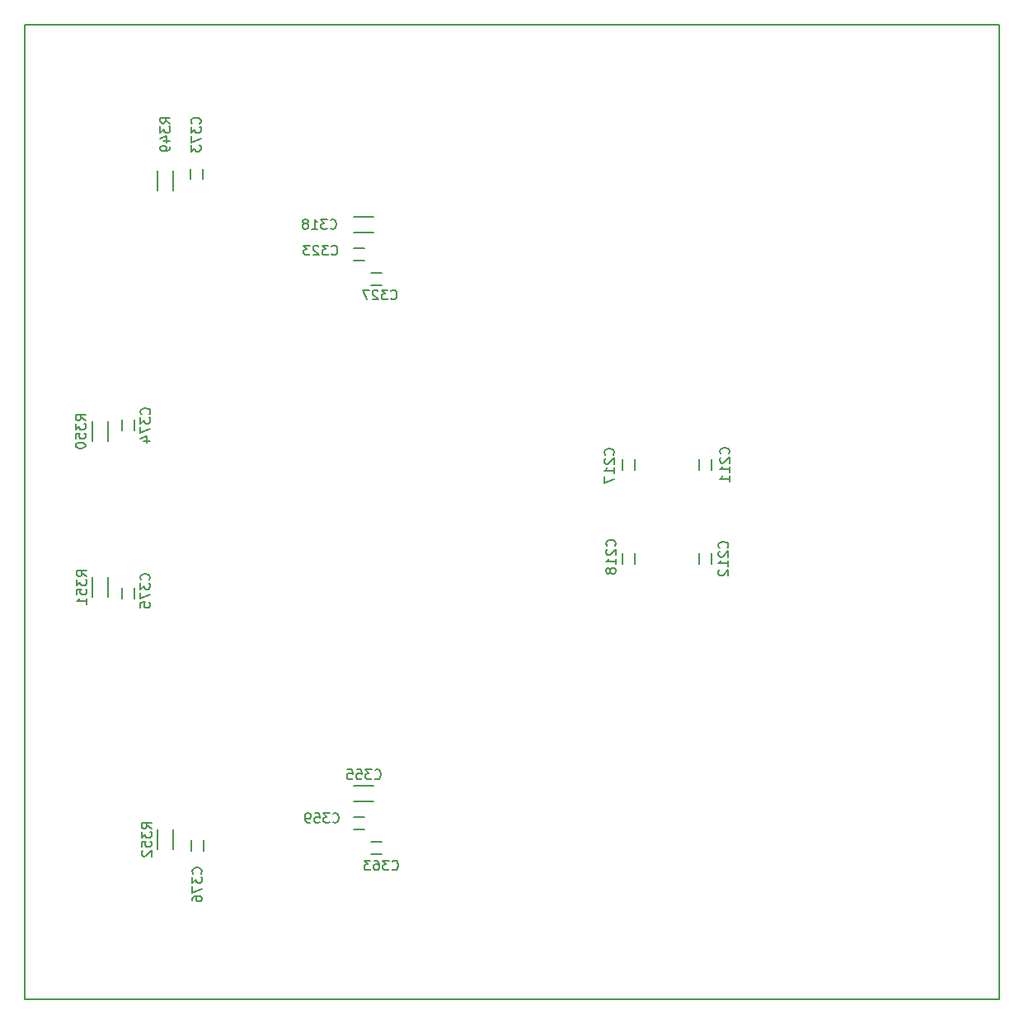
<source format=gbo>
G04 #@! TF.FileFunction,Legend,Bot*
%FSLAX46Y46*%
G04 Gerber Fmt 4.6, Leading zero omitted, Abs format (unit mm)*
G04 Created by KiCad (PCBNEW 4.0.2-stable) date 25/05/2016 10:40:19*
%MOMM*%
G01*
G04 APERTURE LIST*
%ADD10C,0.100000*%
%ADD11C,0.150000*%
G04 APERTURE END LIST*
D10*
D11*
X100000000Y0D02*
X0Y0D01*
X100000000Y100000000D02*
X100000000Y0D01*
X0Y100000000D02*
X100000000Y100000000D01*
X0Y0D02*
X0Y100000000D01*
X36068000Y73279000D02*
X36601400Y73279000D01*
X36068000Y73279000D02*
X35534600Y73279000D01*
X36068000Y74549000D02*
X36601400Y74549000D01*
X36068000Y74549000D02*
X35534600Y74549000D01*
X34290000Y75819000D02*
X34823400Y75819000D01*
X34290000Y75819000D02*
X33756600Y75819000D01*
X34290000Y77089000D02*
X34823400Y77089000D01*
X34290000Y77089000D02*
X33756600Y77089000D01*
X70485000Y54864000D02*
X70485000Y55397400D01*
X70485000Y54864000D02*
X70485000Y54330600D01*
X69215000Y54864000D02*
X69215000Y55397400D01*
X69215000Y54864000D02*
X69215000Y54330600D01*
X70485000Y45212000D02*
X70485000Y45745400D01*
X70485000Y45212000D02*
X70485000Y44678600D01*
X69215000Y45212000D02*
X69215000Y45745400D01*
X69215000Y45212000D02*
X69215000Y44678600D01*
X34798000Y78689200D02*
X35814000Y78689200D01*
X34798000Y78689200D02*
X33782000Y78689200D01*
X34798000Y80314800D02*
X33782000Y80314800D01*
X34798000Y80314800D02*
X35814000Y80314800D01*
X34798000Y20269200D02*
X35814000Y20269200D01*
X34798000Y20269200D02*
X33782000Y20269200D01*
X34798000Y21894800D02*
X33782000Y21894800D01*
X34798000Y21894800D02*
X35814000Y21894800D01*
X34290000Y17399000D02*
X34823400Y17399000D01*
X34290000Y17399000D02*
X33756600Y17399000D01*
X34290000Y18669000D02*
X34823400Y18669000D01*
X34290000Y18669000D02*
X33756600Y18669000D01*
X36068000Y14859000D02*
X36601400Y14859000D01*
X36068000Y14859000D02*
X35534600Y14859000D01*
X36068000Y16129000D02*
X36601400Y16129000D01*
X36068000Y16129000D02*
X35534600Y16129000D01*
X18237000Y84709000D02*
X18237000Y85242400D01*
X18237000Y84709000D02*
X18237000Y84175600D01*
X16967000Y84709000D02*
X16967000Y85242400D01*
X16967000Y84709000D02*
X16967000Y84175600D01*
X11252000Y58928000D02*
X11252000Y59461400D01*
X11252000Y58928000D02*
X11252000Y58394600D01*
X9982000Y58928000D02*
X9982000Y59461400D01*
X9982000Y58928000D02*
X9982000Y58394600D01*
X9982000Y41656000D02*
X9982000Y41122600D01*
X9982000Y41656000D02*
X9982000Y42189400D01*
X11252000Y41656000D02*
X11252000Y41122600D01*
X11252000Y41656000D02*
X11252000Y42189400D01*
X17094000Y15748000D02*
X17094000Y15214600D01*
X17094000Y15748000D02*
X17094000Y16281400D01*
X18364000Y15748000D02*
X18364000Y15214600D01*
X18364000Y15748000D02*
X18364000Y16281400D01*
X13614200Y84074000D02*
X13614200Y83058000D01*
X13614200Y84074000D02*
X13614200Y85090000D01*
X15239800Y84074000D02*
X15239800Y85090000D01*
X15239800Y84074000D02*
X15239800Y83058000D01*
X6883200Y58293000D02*
X6883200Y57277000D01*
X6883200Y58293000D02*
X6883200Y59309000D01*
X8508800Y58293000D02*
X8508800Y59309000D01*
X8508800Y58293000D02*
X8508800Y57277000D01*
X8508800Y42291000D02*
X8508800Y43307000D01*
X8508800Y42291000D02*
X8508800Y41275000D01*
X6883200Y42291000D02*
X6883200Y41275000D01*
X6883200Y42291000D02*
X6883200Y43307000D01*
X15239800Y16383000D02*
X15239800Y17399000D01*
X15239800Y16383000D02*
X15239800Y15367000D01*
X13614200Y16383000D02*
X13614200Y15367000D01*
X13614200Y16383000D02*
X13614200Y17399000D01*
X62611000Y54864000D02*
X62611000Y55397400D01*
X62611000Y54864000D02*
X62611000Y54330600D01*
X61341000Y54864000D02*
X61341000Y55397400D01*
X61341000Y54864000D02*
X61341000Y54330600D01*
X62611000Y45212000D02*
X62611000Y45745400D01*
X62611000Y45212000D02*
X62611000Y44678600D01*
X61341000Y45212000D02*
X61341000Y45745400D01*
X61341000Y45212000D02*
X61341000Y44678600D01*
X37568047Y71905857D02*
X37615666Y71858238D01*
X37758523Y71810619D01*
X37853761Y71810619D01*
X37996619Y71858238D01*
X38091857Y71953476D01*
X38139476Y72048714D01*
X38187095Y72239190D01*
X38187095Y72382048D01*
X38139476Y72572524D01*
X38091857Y72667762D01*
X37996619Y72763000D01*
X37853761Y72810619D01*
X37758523Y72810619D01*
X37615666Y72763000D01*
X37568047Y72715381D01*
X37234714Y72810619D02*
X36615666Y72810619D01*
X36949000Y72429667D01*
X36806142Y72429667D01*
X36710904Y72382048D01*
X36663285Y72334429D01*
X36615666Y72239190D01*
X36615666Y72001095D01*
X36663285Y71905857D01*
X36710904Y71858238D01*
X36806142Y71810619D01*
X37091857Y71810619D01*
X37187095Y71858238D01*
X37234714Y71905857D01*
X36234714Y72715381D02*
X36187095Y72763000D01*
X36091857Y72810619D01*
X35853761Y72810619D01*
X35758523Y72763000D01*
X35710904Y72715381D01*
X35663285Y72620143D01*
X35663285Y72524905D01*
X35710904Y72382048D01*
X36282333Y71810619D01*
X35663285Y71810619D01*
X35329952Y72810619D02*
X34663285Y72810619D01*
X35091857Y71810619D01*
X31472047Y76477857D02*
X31519666Y76430238D01*
X31662523Y76382619D01*
X31757761Y76382619D01*
X31900619Y76430238D01*
X31995857Y76525476D01*
X32043476Y76620714D01*
X32091095Y76811190D01*
X32091095Y76954048D01*
X32043476Y77144524D01*
X31995857Y77239762D01*
X31900619Y77335000D01*
X31757761Y77382619D01*
X31662523Y77382619D01*
X31519666Y77335000D01*
X31472047Y77287381D01*
X31138714Y77382619D02*
X30519666Y77382619D01*
X30853000Y77001667D01*
X30710142Y77001667D01*
X30614904Y76954048D01*
X30567285Y76906429D01*
X30519666Y76811190D01*
X30519666Y76573095D01*
X30567285Y76477857D01*
X30614904Y76430238D01*
X30710142Y76382619D01*
X30995857Y76382619D01*
X31091095Y76430238D01*
X31138714Y76477857D01*
X30138714Y77287381D02*
X30091095Y77335000D01*
X29995857Y77382619D01*
X29757761Y77382619D01*
X29662523Y77335000D01*
X29614904Y77287381D01*
X29567285Y77192143D01*
X29567285Y77096905D01*
X29614904Y76954048D01*
X30186333Y76382619D01*
X29567285Y76382619D01*
X29233952Y77382619D02*
X28614904Y77382619D01*
X28948238Y77001667D01*
X28805380Y77001667D01*
X28710142Y76954048D01*
X28662523Y76906429D01*
X28614904Y76811190D01*
X28614904Y76573095D01*
X28662523Y76477857D01*
X28710142Y76430238D01*
X28805380Y76382619D01*
X29091095Y76382619D01*
X29186333Y76430238D01*
X29233952Y76477857D01*
X72239143Y55983047D02*
X72286762Y56030666D01*
X72334381Y56173523D01*
X72334381Y56268761D01*
X72286762Y56411619D01*
X72191524Y56506857D01*
X72096286Y56554476D01*
X71905810Y56602095D01*
X71762952Y56602095D01*
X71572476Y56554476D01*
X71477238Y56506857D01*
X71382000Y56411619D01*
X71334381Y56268761D01*
X71334381Y56173523D01*
X71382000Y56030666D01*
X71429619Y55983047D01*
X71429619Y55602095D02*
X71382000Y55554476D01*
X71334381Y55459238D01*
X71334381Y55221142D01*
X71382000Y55125904D01*
X71429619Y55078285D01*
X71524857Y55030666D01*
X71620095Y55030666D01*
X71762952Y55078285D01*
X72334381Y55649714D01*
X72334381Y55030666D01*
X72334381Y54078285D02*
X72334381Y54649714D01*
X72334381Y54364000D02*
X71334381Y54364000D01*
X71477238Y54459238D01*
X71572476Y54554476D01*
X71620095Y54649714D01*
X72334381Y53125904D02*
X72334381Y53697333D01*
X72334381Y53411619D02*
X71334381Y53411619D01*
X71477238Y53506857D01*
X71572476Y53602095D01*
X71620095Y53697333D01*
X72112143Y46331047D02*
X72159762Y46378666D01*
X72207381Y46521523D01*
X72207381Y46616761D01*
X72159762Y46759619D01*
X72064524Y46854857D01*
X71969286Y46902476D01*
X71778810Y46950095D01*
X71635952Y46950095D01*
X71445476Y46902476D01*
X71350238Y46854857D01*
X71255000Y46759619D01*
X71207381Y46616761D01*
X71207381Y46521523D01*
X71255000Y46378666D01*
X71302619Y46331047D01*
X71302619Y45950095D02*
X71255000Y45902476D01*
X71207381Y45807238D01*
X71207381Y45569142D01*
X71255000Y45473904D01*
X71302619Y45426285D01*
X71397857Y45378666D01*
X71493095Y45378666D01*
X71635952Y45426285D01*
X72207381Y45997714D01*
X72207381Y45378666D01*
X72207381Y44426285D02*
X72207381Y44997714D01*
X72207381Y44712000D02*
X71207381Y44712000D01*
X71350238Y44807238D01*
X71445476Y44902476D01*
X71493095Y44997714D01*
X71302619Y44045333D02*
X71255000Y43997714D01*
X71207381Y43902476D01*
X71207381Y43664380D01*
X71255000Y43569142D01*
X71302619Y43521523D01*
X71397857Y43473904D01*
X71493095Y43473904D01*
X71635952Y43521523D01*
X72207381Y44092952D01*
X72207381Y43473904D01*
X31345247Y79144857D02*
X31392866Y79097238D01*
X31535723Y79049619D01*
X31630961Y79049619D01*
X31773819Y79097238D01*
X31869057Y79192476D01*
X31916676Y79287714D01*
X31964295Y79478190D01*
X31964295Y79621048D01*
X31916676Y79811524D01*
X31869057Y79906762D01*
X31773819Y80002000D01*
X31630961Y80049619D01*
X31535723Y80049619D01*
X31392866Y80002000D01*
X31345247Y79954381D01*
X31011914Y80049619D02*
X30392866Y80049619D01*
X30726200Y79668667D01*
X30583342Y79668667D01*
X30488104Y79621048D01*
X30440485Y79573429D01*
X30392866Y79478190D01*
X30392866Y79240095D01*
X30440485Y79144857D01*
X30488104Y79097238D01*
X30583342Y79049619D01*
X30869057Y79049619D01*
X30964295Y79097238D01*
X31011914Y79144857D01*
X29440485Y79049619D02*
X30011914Y79049619D01*
X29726200Y79049619D02*
X29726200Y80049619D01*
X29821438Y79906762D01*
X29916676Y79811524D01*
X30011914Y79763905D01*
X28869057Y79621048D02*
X28964295Y79668667D01*
X29011914Y79716286D01*
X29059533Y79811524D01*
X29059533Y79859143D01*
X29011914Y79954381D01*
X28964295Y80002000D01*
X28869057Y80049619D01*
X28678580Y80049619D01*
X28583342Y80002000D01*
X28535723Y79954381D01*
X28488104Y79859143D01*
X28488104Y79811524D01*
X28535723Y79716286D01*
X28583342Y79668667D01*
X28678580Y79621048D01*
X28869057Y79621048D01*
X28964295Y79573429D01*
X29011914Y79525810D01*
X29059533Y79430571D01*
X29059533Y79240095D01*
X29011914Y79144857D01*
X28964295Y79097238D01*
X28869057Y79049619D01*
X28678580Y79049619D01*
X28583342Y79097238D01*
X28535723Y79144857D01*
X28488104Y79240095D01*
X28488104Y79430571D01*
X28535723Y79525810D01*
X28583342Y79573429D01*
X28678580Y79621048D01*
X35917047Y22655257D02*
X35964666Y22607638D01*
X36107523Y22560019D01*
X36202761Y22560019D01*
X36345619Y22607638D01*
X36440857Y22702876D01*
X36488476Y22798114D01*
X36536095Y22988590D01*
X36536095Y23131448D01*
X36488476Y23321924D01*
X36440857Y23417162D01*
X36345619Y23512400D01*
X36202761Y23560019D01*
X36107523Y23560019D01*
X35964666Y23512400D01*
X35917047Y23464781D01*
X35583714Y23560019D02*
X34964666Y23560019D01*
X35298000Y23179067D01*
X35155142Y23179067D01*
X35059904Y23131448D01*
X35012285Y23083829D01*
X34964666Y22988590D01*
X34964666Y22750495D01*
X35012285Y22655257D01*
X35059904Y22607638D01*
X35155142Y22560019D01*
X35440857Y22560019D01*
X35536095Y22607638D01*
X35583714Y22655257D01*
X34059904Y23560019D02*
X34536095Y23560019D01*
X34583714Y23083829D01*
X34536095Y23131448D01*
X34440857Y23179067D01*
X34202761Y23179067D01*
X34107523Y23131448D01*
X34059904Y23083829D01*
X34012285Y22988590D01*
X34012285Y22750495D01*
X34059904Y22655257D01*
X34107523Y22607638D01*
X34202761Y22560019D01*
X34440857Y22560019D01*
X34536095Y22607638D01*
X34583714Y22655257D01*
X33107523Y23560019D02*
X33583714Y23560019D01*
X33631333Y23083829D01*
X33583714Y23131448D01*
X33488476Y23179067D01*
X33250380Y23179067D01*
X33155142Y23131448D01*
X33107523Y23083829D01*
X33059904Y22988590D01*
X33059904Y22750495D01*
X33107523Y22655257D01*
X33155142Y22607638D01*
X33250380Y22560019D01*
X33488476Y22560019D01*
X33583714Y22607638D01*
X33631333Y22655257D01*
X31599047Y18184857D02*
X31646666Y18137238D01*
X31789523Y18089619D01*
X31884761Y18089619D01*
X32027619Y18137238D01*
X32122857Y18232476D01*
X32170476Y18327714D01*
X32218095Y18518190D01*
X32218095Y18661048D01*
X32170476Y18851524D01*
X32122857Y18946762D01*
X32027619Y19042000D01*
X31884761Y19089619D01*
X31789523Y19089619D01*
X31646666Y19042000D01*
X31599047Y18994381D01*
X31265714Y19089619D02*
X30646666Y19089619D01*
X30980000Y18708667D01*
X30837142Y18708667D01*
X30741904Y18661048D01*
X30694285Y18613429D01*
X30646666Y18518190D01*
X30646666Y18280095D01*
X30694285Y18184857D01*
X30741904Y18137238D01*
X30837142Y18089619D01*
X31122857Y18089619D01*
X31218095Y18137238D01*
X31265714Y18184857D01*
X29741904Y19089619D02*
X30218095Y19089619D01*
X30265714Y18613429D01*
X30218095Y18661048D01*
X30122857Y18708667D01*
X29884761Y18708667D01*
X29789523Y18661048D01*
X29741904Y18613429D01*
X29694285Y18518190D01*
X29694285Y18280095D01*
X29741904Y18184857D01*
X29789523Y18137238D01*
X29884761Y18089619D01*
X30122857Y18089619D01*
X30218095Y18137238D01*
X30265714Y18184857D01*
X29218095Y18089619D02*
X29027619Y18089619D01*
X28932380Y18137238D01*
X28884761Y18184857D01*
X28789523Y18327714D01*
X28741904Y18518190D01*
X28741904Y18899143D01*
X28789523Y18994381D01*
X28837142Y19042000D01*
X28932380Y19089619D01*
X29122857Y19089619D01*
X29218095Y19042000D01*
X29265714Y18994381D01*
X29313333Y18899143D01*
X29313333Y18661048D01*
X29265714Y18565810D01*
X29218095Y18518190D01*
X29122857Y18470571D01*
X28932380Y18470571D01*
X28837142Y18518190D01*
X28789523Y18565810D01*
X28741904Y18661048D01*
X37695047Y13308057D02*
X37742666Y13260438D01*
X37885523Y13212819D01*
X37980761Y13212819D01*
X38123619Y13260438D01*
X38218857Y13355676D01*
X38266476Y13450914D01*
X38314095Y13641390D01*
X38314095Y13784248D01*
X38266476Y13974724D01*
X38218857Y14069962D01*
X38123619Y14165200D01*
X37980761Y14212819D01*
X37885523Y14212819D01*
X37742666Y14165200D01*
X37695047Y14117581D01*
X37361714Y14212819D02*
X36742666Y14212819D01*
X37076000Y13831867D01*
X36933142Y13831867D01*
X36837904Y13784248D01*
X36790285Y13736629D01*
X36742666Y13641390D01*
X36742666Y13403295D01*
X36790285Y13308057D01*
X36837904Y13260438D01*
X36933142Y13212819D01*
X37218857Y13212819D01*
X37314095Y13260438D01*
X37361714Y13308057D01*
X35885523Y14212819D02*
X36076000Y14212819D01*
X36171238Y14165200D01*
X36218857Y14117581D01*
X36314095Y13974724D01*
X36361714Y13784248D01*
X36361714Y13403295D01*
X36314095Y13308057D01*
X36266476Y13260438D01*
X36171238Y13212819D01*
X35980761Y13212819D01*
X35885523Y13260438D01*
X35837904Y13308057D01*
X35790285Y13403295D01*
X35790285Y13641390D01*
X35837904Y13736629D01*
X35885523Y13784248D01*
X35980761Y13831867D01*
X36171238Y13831867D01*
X36266476Y13784248D01*
X36314095Y13736629D01*
X36361714Y13641390D01*
X35456952Y14212819D02*
X34837904Y14212819D01*
X35171238Y13831867D01*
X35028380Y13831867D01*
X34933142Y13784248D01*
X34885523Y13736629D01*
X34837904Y13641390D01*
X34837904Y13403295D01*
X34885523Y13308057D01*
X34933142Y13260438D01*
X35028380Y13212819D01*
X35314095Y13212819D01*
X35409333Y13260438D01*
X35456952Y13308057D01*
X17946643Y89892047D02*
X17994262Y89939666D01*
X18041881Y90082523D01*
X18041881Y90177761D01*
X17994262Y90320619D01*
X17899024Y90415857D01*
X17803786Y90463476D01*
X17613310Y90511095D01*
X17470452Y90511095D01*
X17279976Y90463476D01*
X17184738Y90415857D01*
X17089500Y90320619D01*
X17041881Y90177761D01*
X17041881Y90082523D01*
X17089500Y89939666D01*
X17137119Y89892047D01*
X17041881Y89558714D02*
X17041881Y88939666D01*
X17422833Y89273000D01*
X17422833Y89130142D01*
X17470452Y89034904D01*
X17518071Y88987285D01*
X17613310Y88939666D01*
X17851405Y88939666D01*
X17946643Y88987285D01*
X17994262Y89034904D01*
X18041881Y89130142D01*
X18041881Y89415857D01*
X17994262Y89511095D01*
X17946643Y89558714D01*
X17041881Y88606333D02*
X17041881Y87939666D01*
X18041881Y88368238D01*
X17041881Y87653952D02*
X17041881Y87034904D01*
X17422833Y87368238D01*
X17422833Y87225380D01*
X17470452Y87130142D01*
X17518071Y87082523D01*
X17613310Y87034904D01*
X17851405Y87034904D01*
X17946643Y87082523D01*
X17994262Y87130142D01*
X18041881Y87225380D01*
X18041881Y87511095D01*
X17994262Y87606333D01*
X17946643Y87653952D01*
X12752343Y60047047D02*
X12799962Y60094666D01*
X12847581Y60237523D01*
X12847581Y60332761D01*
X12799962Y60475619D01*
X12704724Y60570857D01*
X12609486Y60618476D01*
X12419010Y60666095D01*
X12276152Y60666095D01*
X12085676Y60618476D01*
X11990438Y60570857D01*
X11895200Y60475619D01*
X11847581Y60332761D01*
X11847581Y60237523D01*
X11895200Y60094666D01*
X11942819Y60047047D01*
X11847581Y59713714D02*
X11847581Y59094666D01*
X12228533Y59428000D01*
X12228533Y59285142D01*
X12276152Y59189904D01*
X12323771Y59142285D01*
X12419010Y59094666D01*
X12657105Y59094666D01*
X12752343Y59142285D01*
X12799962Y59189904D01*
X12847581Y59285142D01*
X12847581Y59570857D01*
X12799962Y59666095D01*
X12752343Y59713714D01*
X11847581Y58761333D02*
X11847581Y58094666D01*
X12847581Y58523238D01*
X12180914Y57285142D02*
X12847581Y57285142D01*
X11799962Y57523238D02*
X12514248Y57761333D01*
X12514248Y57142285D01*
X12739643Y43029047D02*
X12787262Y43076666D01*
X12834881Y43219523D01*
X12834881Y43314761D01*
X12787262Y43457619D01*
X12692024Y43552857D01*
X12596786Y43600476D01*
X12406310Y43648095D01*
X12263452Y43648095D01*
X12072976Y43600476D01*
X11977738Y43552857D01*
X11882500Y43457619D01*
X11834881Y43314761D01*
X11834881Y43219523D01*
X11882500Y43076666D01*
X11930119Y43029047D01*
X11834881Y42695714D02*
X11834881Y42076666D01*
X12215833Y42410000D01*
X12215833Y42267142D01*
X12263452Y42171904D01*
X12311071Y42124285D01*
X12406310Y42076666D01*
X12644405Y42076666D01*
X12739643Y42124285D01*
X12787262Y42171904D01*
X12834881Y42267142D01*
X12834881Y42552857D01*
X12787262Y42648095D01*
X12739643Y42695714D01*
X11834881Y41743333D02*
X11834881Y41076666D01*
X12834881Y41505238D01*
X11834881Y40219523D02*
X11834881Y40695714D01*
X12311071Y40743333D01*
X12263452Y40695714D01*
X12215833Y40600476D01*
X12215833Y40362380D01*
X12263452Y40267142D01*
X12311071Y40219523D01*
X12406310Y40171904D01*
X12644405Y40171904D01*
X12739643Y40219523D01*
X12787262Y40267142D01*
X12834881Y40362380D01*
X12834881Y40600476D01*
X12787262Y40695714D01*
X12739643Y40743333D01*
X18073643Y12866547D02*
X18121262Y12914166D01*
X18168881Y13057023D01*
X18168881Y13152261D01*
X18121262Y13295119D01*
X18026024Y13390357D01*
X17930786Y13437976D01*
X17740310Y13485595D01*
X17597452Y13485595D01*
X17406976Y13437976D01*
X17311738Y13390357D01*
X17216500Y13295119D01*
X17168881Y13152261D01*
X17168881Y13057023D01*
X17216500Y12914166D01*
X17264119Y12866547D01*
X17168881Y12533214D02*
X17168881Y11914166D01*
X17549833Y12247500D01*
X17549833Y12104642D01*
X17597452Y12009404D01*
X17645071Y11961785D01*
X17740310Y11914166D01*
X17978405Y11914166D01*
X18073643Y11961785D01*
X18121262Y12009404D01*
X18168881Y12104642D01*
X18168881Y12390357D01*
X18121262Y12485595D01*
X18073643Y12533214D01*
X17168881Y11580833D02*
X17168881Y10914166D01*
X18168881Y11342738D01*
X17168881Y10104642D02*
X17168881Y10295119D01*
X17216500Y10390357D01*
X17264119Y10437976D01*
X17406976Y10533214D01*
X17597452Y10580833D01*
X17978405Y10580833D01*
X18073643Y10533214D01*
X18121262Y10485595D01*
X18168881Y10390357D01*
X18168881Y10199880D01*
X18121262Y10104642D01*
X18073643Y10057023D01*
X17978405Y10009404D01*
X17740310Y10009404D01*
X17645071Y10057023D01*
X17597452Y10104642D01*
X17549833Y10199880D01*
X17549833Y10390357D01*
X17597452Y10485595D01*
X17645071Y10533214D01*
X17740310Y10580833D01*
X14879581Y89917447D02*
X14403390Y90250781D01*
X14879581Y90488876D02*
X13879581Y90488876D01*
X13879581Y90107923D01*
X13927200Y90012685D01*
X13974819Y89965066D01*
X14070057Y89917447D01*
X14212914Y89917447D01*
X14308152Y89965066D01*
X14355771Y90012685D01*
X14403390Y90107923D01*
X14403390Y90488876D01*
X13879581Y89584114D02*
X13879581Y88965066D01*
X14260533Y89298400D01*
X14260533Y89155542D01*
X14308152Y89060304D01*
X14355771Y89012685D01*
X14451010Y88965066D01*
X14689105Y88965066D01*
X14784343Y89012685D01*
X14831962Y89060304D01*
X14879581Y89155542D01*
X14879581Y89441257D01*
X14831962Y89536495D01*
X14784343Y89584114D01*
X14212914Y88107923D02*
X14879581Y88107923D01*
X13831962Y88346019D02*
X14546248Y88584114D01*
X14546248Y87965066D01*
X14879581Y87536495D02*
X14879581Y87346019D01*
X14831962Y87250780D01*
X14784343Y87203161D01*
X14641486Y87107923D01*
X14451010Y87060304D01*
X14070057Y87060304D01*
X13974819Y87107923D01*
X13927200Y87155542D01*
X13879581Y87250780D01*
X13879581Y87441257D01*
X13927200Y87536495D01*
X13974819Y87584114D01*
X14070057Y87631733D01*
X14308152Y87631733D01*
X14403390Y87584114D01*
X14451010Y87536495D01*
X14498629Y87441257D01*
X14498629Y87250780D01*
X14451010Y87155542D01*
X14403390Y87107923D01*
X14308152Y87060304D01*
X6192781Y59412047D02*
X5716590Y59745381D01*
X6192781Y59983476D02*
X5192781Y59983476D01*
X5192781Y59602523D01*
X5240400Y59507285D01*
X5288019Y59459666D01*
X5383257Y59412047D01*
X5526114Y59412047D01*
X5621352Y59459666D01*
X5668971Y59507285D01*
X5716590Y59602523D01*
X5716590Y59983476D01*
X5192781Y59078714D02*
X5192781Y58459666D01*
X5573733Y58793000D01*
X5573733Y58650142D01*
X5621352Y58554904D01*
X5668971Y58507285D01*
X5764210Y58459666D01*
X6002305Y58459666D01*
X6097543Y58507285D01*
X6145162Y58554904D01*
X6192781Y58650142D01*
X6192781Y58935857D01*
X6145162Y59031095D01*
X6097543Y59078714D01*
X5192781Y57554904D02*
X5192781Y58031095D01*
X5668971Y58078714D01*
X5621352Y58031095D01*
X5573733Y57935857D01*
X5573733Y57697761D01*
X5621352Y57602523D01*
X5668971Y57554904D01*
X5764210Y57507285D01*
X6002305Y57507285D01*
X6097543Y57554904D01*
X6145162Y57602523D01*
X6192781Y57697761D01*
X6192781Y57935857D01*
X6145162Y58031095D01*
X6097543Y58078714D01*
X5192781Y56888238D02*
X5192781Y56792999D01*
X5240400Y56697761D01*
X5288019Y56650142D01*
X5383257Y56602523D01*
X5573733Y56554904D01*
X5811829Y56554904D01*
X6002305Y56602523D01*
X6097543Y56650142D01*
X6145162Y56697761D01*
X6192781Y56792999D01*
X6192781Y56888238D01*
X6145162Y56983476D01*
X6097543Y57031095D01*
X6002305Y57078714D01*
X5811829Y57126333D01*
X5573733Y57126333D01*
X5383257Y57078714D01*
X5288019Y57031095D01*
X5240400Y56983476D01*
X5192781Y56888238D01*
X6294381Y43410047D02*
X5818190Y43743381D01*
X6294381Y43981476D02*
X5294381Y43981476D01*
X5294381Y43600523D01*
X5342000Y43505285D01*
X5389619Y43457666D01*
X5484857Y43410047D01*
X5627714Y43410047D01*
X5722952Y43457666D01*
X5770571Y43505285D01*
X5818190Y43600523D01*
X5818190Y43981476D01*
X5294381Y43076714D02*
X5294381Y42457666D01*
X5675333Y42791000D01*
X5675333Y42648142D01*
X5722952Y42552904D01*
X5770571Y42505285D01*
X5865810Y42457666D01*
X6103905Y42457666D01*
X6199143Y42505285D01*
X6246762Y42552904D01*
X6294381Y42648142D01*
X6294381Y42933857D01*
X6246762Y43029095D01*
X6199143Y43076714D01*
X5294381Y41552904D02*
X5294381Y42029095D01*
X5770571Y42076714D01*
X5722952Y42029095D01*
X5675333Y41933857D01*
X5675333Y41695761D01*
X5722952Y41600523D01*
X5770571Y41552904D01*
X5865810Y41505285D01*
X6103905Y41505285D01*
X6199143Y41552904D01*
X6246762Y41600523D01*
X6294381Y41695761D01*
X6294381Y41933857D01*
X6246762Y42029095D01*
X6199143Y42076714D01*
X6294381Y40552904D02*
X6294381Y41124333D01*
X6294381Y40838619D02*
X5294381Y40838619D01*
X5437238Y40933857D01*
X5532476Y41029095D01*
X5580095Y41124333D01*
X12961881Y17502047D02*
X12485690Y17835381D01*
X12961881Y18073476D02*
X11961881Y18073476D01*
X11961881Y17692523D01*
X12009500Y17597285D01*
X12057119Y17549666D01*
X12152357Y17502047D01*
X12295214Y17502047D01*
X12390452Y17549666D01*
X12438071Y17597285D01*
X12485690Y17692523D01*
X12485690Y18073476D01*
X11961881Y17168714D02*
X11961881Y16549666D01*
X12342833Y16883000D01*
X12342833Y16740142D01*
X12390452Y16644904D01*
X12438071Y16597285D01*
X12533310Y16549666D01*
X12771405Y16549666D01*
X12866643Y16597285D01*
X12914262Y16644904D01*
X12961881Y16740142D01*
X12961881Y17025857D01*
X12914262Y17121095D01*
X12866643Y17168714D01*
X11961881Y15644904D02*
X11961881Y16121095D01*
X12438071Y16168714D01*
X12390452Y16121095D01*
X12342833Y16025857D01*
X12342833Y15787761D01*
X12390452Y15692523D01*
X12438071Y15644904D01*
X12533310Y15597285D01*
X12771405Y15597285D01*
X12866643Y15644904D01*
X12914262Y15692523D01*
X12961881Y15787761D01*
X12961881Y16025857D01*
X12914262Y16121095D01*
X12866643Y16168714D01*
X12057119Y15216333D02*
X12009500Y15168714D01*
X11961881Y15073476D01*
X11961881Y14835380D01*
X12009500Y14740142D01*
X12057119Y14692523D01*
X12152357Y14644904D01*
X12247595Y14644904D01*
X12390452Y14692523D01*
X12961881Y15263952D01*
X12961881Y14644904D01*
X60402743Y55881447D02*
X60450362Y55929066D01*
X60497981Y56071923D01*
X60497981Y56167161D01*
X60450362Y56310019D01*
X60355124Y56405257D01*
X60259886Y56452876D01*
X60069410Y56500495D01*
X59926552Y56500495D01*
X59736076Y56452876D01*
X59640838Y56405257D01*
X59545600Y56310019D01*
X59497981Y56167161D01*
X59497981Y56071923D01*
X59545600Y55929066D01*
X59593219Y55881447D01*
X59593219Y55500495D02*
X59545600Y55452876D01*
X59497981Y55357638D01*
X59497981Y55119542D01*
X59545600Y55024304D01*
X59593219Y54976685D01*
X59688457Y54929066D01*
X59783695Y54929066D01*
X59926552Y54976685D01*
X60497981Y55548114D01*
X60497981Y54929066D01*
X60497981Y53976685D02*
X60497981Y54548114D01*
X60497981Y54262400D02*
X59497981Y54262400D01*
X59640838Y54357638D01*
X59736076Y54452876D01*
X59783695Y54548114D01*
X59497981Y53643352D02*
X59497981Y52976685D01*
X60497981Y53405257D01*
X60555143Y46534247D02*
X60602762Y46581866D01*
X60650381Y46724723D01*
X60650381Y46819961D01*
X60602762Y46962819D01*
X60507524Y47058057D01*
X60412286Y47105676D01*
X60221810Y47153295D01*
X60078952Y47153295D01*
X59888476Y47105676D01*
X59793238Y47058057D01*
X59698000Y46962819D01*
X59650381Y46819961D01*
X59650381Y46724723D01*
X59698000Y46581866D01*
X59745619Y46534247D01*
X59745619Y46153295D02*
X59698000Y46105676D01*
X59650381Y46010438D01*
X59650381Y45772342D01*
X59698000Y45677104D01*
X59745619Y45629485D01*
X59840857Y45581866D01*
X59936095Y45581866D01*
X60078952Y45629485D01*
X60650381Y46200914D01*
X60650381Y45581866D01*
X60650381Y44629485D02*
X60650381Y45200914D01*
X60650381Y44915200D02*
X59650381Y44915200D01*
X59793238Y45010438D01*
X59888476Y45105676D01*
X59936095Y45200914D01*
X60078952Y44058057D02*
X60031333Y44153295D01*
X59983714Y44200914D01*
X59888476Y44248533D01*
X59840857Y44248533D01*
X59745619Y44200914D01*
X59698000Y44153295D01*
X59650381Y44058057D01*
X59650381Y43867580D01*
X59698000Y43772342D01*
X59745619Y43724723D01*
X59840857Y43677104D01*
X59888476Y43677104D01*
X59983714Y43724723D01*
X60031333Y43772342D01*
X60078952Y43867580D01*
X60078952Y44058057D01*
X60126571Y44153295D01*
X60174190Y44200914D01*
X60269429Y44248533D01*
X60459905Y44248533D01*
X60555143Y44200914D01*
X60602762Y44153295D01*
X60650381Y44058057D01*
X60650381Y43867580D01*
X60602762Y43772342D01*
X60555143Y43724723D01*
X60459905Y43677104D01*
X60269429Y43677104D01*
X60174190Y43724723D01*
X60126571Y43772342D01*
X60078952Y43867580D01*
M02*

</source>
